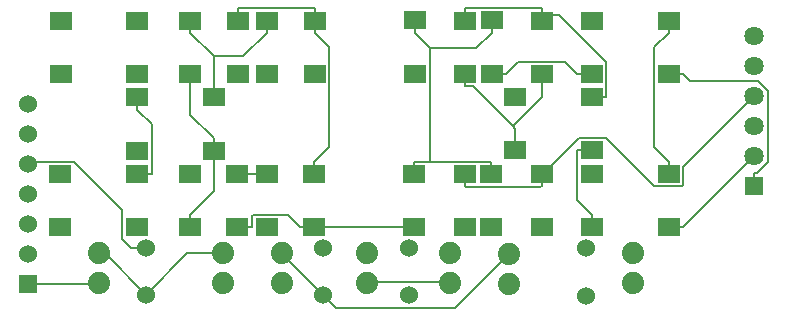
<source format=gbl>
G04 ---------------------------- Layer name :BOTTOM LAYER*
G04 easyEDA 0.1*
G04 Scale: 100 percent, Rotated: No, Reflected: No *
G04 Dimensions in inches *
G04 leading zeros omitted , absolute positions ,2 integer and 4 *
%FSLAX24Y24*%
%MOIN*%
G90*
G70D02*

%ADD11C,0.008000*%
%ADD12C,0.074000*%
%ADD14C,0.060000*%
%ADD16R,0.074803X0.059055*%
%ADD17R,0.060000X0.060000*%
%ADD18R,0.064300X0.064300*%
%ADD19C,0.064300*%

%LPD*%
G54D11*
G01X15326Y5676D02*
G01X15326Y9457D01*
G01X15326Y9457D02*
G01X16840Y9457D01*
G01X17363Y9979D01*
G01X17363Y10384D02*
G01X17363Y9979D01*
G01X15326Y5676D02*
G01X17346Y5676D01*
G01X17352Y5670D01*
G01X14793Y5670D02*
G01X14798Y5676D01*
G01X15326Y5676D01*
G01X14803Y10384D02*
G01X14803Y9979D01*
G01X17352Y5265D02*
G01X17352Y5670D01*
G01X14793Y5265D02*
G01X14793Y5670D01*
G01X23267Y10376D02*
G01X23267Y9971D01*
G01X23264Y5267D02*
G01X23264Y5672D01*
G01X23264Y5672D02*
G01X22782Y6153D01*
G01X22782Y9487D01*
G01X23267Y9971D01*
G01X19031Y5064D02*
G01X19286Y5318D01*
G01X19286Y5318D01*
G01X19286Y5481D01*
G01X20264Y6459D01*
G01X21189Y6459D01*
G01X22787Y4861D01*
G01X23725Y4861D01*
G01X23748Y4884D01*
G01X23748Y5508D01*
G01X26113Y7873D01*
G01X19031Y5064D02*
G01X19031Y4861D01*
G01X19031Y5267D02*
G01X19031Y5064D01*
G01X16472Y5267D02*
G01X16472Y4861D01*
G01X16472Y4861D02*
G01X16518Y4816D01*
G01X18986Y4816D01*
G01X19031Y4861D01*
G01X11453Y5273D02*
G01X11453Y5678D01*
G01X11465Y10373D02*
G01X11465Y9968D01*
G01X11465Y9968D02*
G01X11950Y9484D01*
G01X11950Y6174D01*
G01X11453Y5678D01*
G01X11465Y10576D02*
G01X11465Y10373D01*
G01X11465Y10576D02*
G01X11465Y10779D01*
G01X8906Y10373D02*
G01X8906Y10779D01*
G01X8906Y10779D02*
G01X8913Y10785D01*
G01X11459Y10785D01*
G01X11465Y10779D01*
G01X9877Y5267D02*
G01X9393Y5267D01*
G01X8894Y5273D02*
G01X9387Y5273D01*
G01X9393Y5267D01*
G01X8113Y6046D02*
G01X8113Y6451D01*
G01X7321Y8607D02*
G01X7321Y7243D01*
G01X8113Y6451D01*
G01X7318Y3494D02*
G01X7318Y3900D01*
G01X7318Y3900D02*
G01X8113Y4694D01*
G01X8113Y6046D01*
G01X17363Y8613D02*
G01X17847Y8613D01*
G01X20707Y8605D02*
G01X20223Y8605D01*
G01X20223Y8605D02*
G01X19823Y9005D01*
G01X18239Y9005D01*
G01X17847Y8613D01*
G01X23267Y8605D02*
G01X23751Y8605D01*
G01X26113Y4872D02*
G01X26113Y5304D01*
G01X26113Y5304D02*
G01X26221Y5304D01*
G01X26571Y5654D01*
G01X26571Y8036D01*
G01X26234Y8373D01*
G01X23983Y8373D01*
G01X23751Y8605D01*
G01X9880Y10380D02*
G01X9880Y9974D01*
G01X8113Y9182D02*
G01X8113Y7817D01*
G01X7321Y9974D02*
G01X8113Y9182D01*
G01X9880Y9974D02*
G01X9088Y9182D01*
G01X8113Y9182D01*
G01X7321Y10380D02*
G01X7321Y9974D01*
G01X20705Y7826D02*
G01X21189Y7826D01*
G01X19035Y10574D02*
G01X19622Y10574D01*
G01X21192Y9005D01*
G01X21192Y7829D01*
G01X21189Y7826D01*
G01X19035Y10574D02*
G01X19035Y10777D01*
G01X19035Y10371D02*
G01X19035Y10574D01*
G01X16476Y10371D02*
G01X16476Y10777D01*
G01X16476Y10777D02*
G01X16489Y10790D01*
G01X19021Y10790D01*
G01X19035Y10777D01*
G01X5553Y7817D02*
G01X5553Y7412D01*
G01X5551Y5263D02*
G01X6036Y5263D01*
G01X6036Y5263D02*
G01X6044Y5271D01*
G01X6044Y6922D01*
G01X5553Y7412D01*
G01X18070Y6852D02*
G01X18146Y6776D01*
G01X18146Y6459D01*
G01X16476Y8194D02*
G01X16728Y8194D01*
G01X18070Y6852D01*
G01X19035Y8600D02*
G01X19035Y7817D01*
G01X18070Y6852D01*
G01X16476Y8600D02*
G01X16476Y8194D01*
G01X18146Y6053D02*
G01X18146Y6459D01*
G01X20705Y6053D02*
G01X20220Y6053D01*
G01X20705Y3494D02*
G01X20705Y3900D01*
G01X20705Y3900D02*
G01X20220Y4384D01*
G01X20220Y6053D01*
G01X14793Y3492D02*
G01X14308Y3492D01*
G01X11453Y3501D02*
G01X14300Y3501D01*
G01X14308Y3492D01*
G01X11211Y3501D02*
G01X11453Y3501D01*
G01X11211Y3501D02*
G01X10969Y3501D01*
G01X8894Y3501D02*
G01X9379Y3501D01*
G01X10969Y3501D02*
G01X10570Y3900D01*
G01X9402Y3900D01*
G01X9379Y3877D01*
G01X9379Y3501D01*
G01X23264Y3494D02*
G01X23748Y3494D01*
G01X26113Y5873D02*
G01X23748Y3508D01*
G01X23748Y3494D01*
G01X1903Y5594D02*
G01X1977Y5668D01*
G01X3454Y5668D01*
G01X5054Y4067D01*
G01X5054Y3108D01*
G01X5355Y2807D01*
G01X5843Y2807D01*
G01X8402Y2617D02*
G01X7225Y2617D01*
G01X5843Y1234D01*
G01X5843Y1234D02*
G01X4463Y2615D01*
G01X4267Y2615D01*
G01X15980Y1617D02*
G01X15915Y1681D01*
G01X13288Y1681D01*
G01X13223Y1617D01*
G01X1903Y1594D02*
G01X4242Y1594D01*
G01X4267Y1619D01*
G01X17952Y2586D02*
G01X16156Y790D01*
G01X12184Y790D01*
G01X11750Y1225D01*
G01X11750Y1225D02*
G01X10371Y2603D01*
G01X10371Y2617D01*
G01X15326Y9457D02*
G01X14803Y9979D01*
G54D12*
G01X4269Y2615D03*
G01X4269Y1615D03*
G01X10371Y2617D03*
G01X10371Y1617D03*
G01X15980Y2617D03*
G01X15980Y1617D03*
G01X22081Y2615D03*
G01X22081Y1615D03*
G01X8402Y2617D03*
G01X8402Y1617D03*
G01X17952Y2586D03*
G01X17952Y1586D03*
G01X13223Y2617D03*
G01X13223Y1617D03*
G54D14*
G01X5843Y2807D03*
G01X5843Y1234D03*
G01X11750Y2800D03*
G01X11750Y1226D03*
G01X14602Y1234D03*
G01X14602Y2809D03*
G54D16*
G01X5553Y6046D03*
G01X8113Y6046D03*
G01X8113Y7817D03*
G01X5553Y7817D03*
G01X18146Y6053D03*
G01X20705Y6053D03*
G01X20705Y7826D03*
G01X18146Y7826D03*
G01X7321Y8607D03*
G01X9880Y8607D03*
G01X9880Y10380D03*
G01X7321Y10380D03*
G01X7318Y3494D03*
G01X9877Y3494D03*
G01X9877Y5267D03*
G01X7318Y5267D03*
G01X16476Y8600D03*
G01X19035Y8600D03*
G01X19035Y10371D03*
G01X16476Y10371D03*
G01X16472Y3494D03*
G01X19031Y3494D03*
G01X19031Y5267D03*
G01X16472Y5267D03*
G01X2998Y8603D03*
G01X5557Y8603D03*
G01X5557Y10376D03*
G01X2998Y10376D03*
G01X2992Y3490D03*
G01X5551Y3490D03*
G01X5551Y5263D03*
G01X2992Y5263D03*
G01X8906Y8601D03*
G01X11465Y8601D03*
G01X11465Y10373D03*
G01X8906Y10373D03*
G01X8894Y3501D03*
G01X11453Y3501D03*
G01X11453Y5273D03*
G01X8894Y5273D03*
G01X14803Y8613D03*
G01X17363Y8613D03*
G01X17363Y10384D03*
G01X14803Y10384D03*
G01X14793Y3492D03*
G01X17352Y3492D03*
G01X17352Y5265D03*
G01X14793Y5265D03*
G01X20707Y8605D03*
G01X23267Y8605D03*
G01X23267Y10376D03*
G01X20707Y10376D03*
G01X20705Y3494D03*
G01X23264Y3494D03*
G01X23264Y5267D03*
G01X20705Y5267D03*
G54D14*
G01X20510Y1211D03*
G01X20510Y2786D03*
G54D17*
G01X1903Y1594D03*
G54D14*
G01X1903Y2594D03*
G01X1903Y3594D03*
G01X1903Y4594D03*
G01X1903Y5594D03*
G01X1903Y6594D03*
G01X1903Y7594D03*
G54D18*
G01X26113Y4873D03*
G54D19*
G01X26113Y5873D03*
G01X26113Y6873D03*
G01X26113Y7873D03*
G01X26113Y8873D03*
G01X26113Y9873D03*
G54D12*
G01X4269Y2615D03*
G01X4269Y1615D03*
G01X10371Y2617D03*
G01X10371Y1617D03*
G01X15980Y2617D03*
G01X15980Y1617D03*
G01X22081Y2615D03*
G01X22081Y1615D03*
G01X8402Y2617D03*
G01X8402Y1617D03*
G01X17952Y2586D03*
G01X17952Y1586D03*
G01X13223Y2617D03*
G01X13223Y1617D03*
G54D14*
G01X5843Y2807D03*
G01X5843Y1234D03*
G01X11750Y2800D03*
G01X11750Y1226D03*
G01X14602Y1234D03*
G01X14602Y2809D03*
G54D16*
G01X5553Y6046D03*
G01X8113Y6046D03*
G01X8113Y7817D03*
G01X5553Y7817D03*
G01X18146Y6053D03*
G01X20705Y6053D03*
G01X20705Y7826D03*
G01X18146Y7826D03*
G01X7321Y8607D03*
G01X9880Y8607D03*
G01X9880Y10380D03*
G01X7321Y10380D03*
G01X7318Y3494D03*
G01X9877Y3494D03*
G01X9877Y5267D03*
G01X7318Y5267D03*
G01X16476Y8600D03*
G01X19035Y8600D03*
G01X19035Y10371D03*
G01X16476Y10371D03*
G01X16472Y3494D03*
G01X19031Y3494D03*
G01X19031Y5267D03*
G01X16472Y5267D03*
G01X2998Y8603D03*
G01X5557Y8603D03*
G01X5557Y10376D03*
G01X2998Y10376D03*
G01X2992Y3490D03*
G01X5551Y3490D03*
G01X5551Y5263D03*
G01X2992Y5263D03*
G01X8906Y8601D03*
G01X11465Y8601D03*
G01X11465Y10373D03*
G01X8906Y10373D03*
G01X8894Y3501D03*
G01X11453Y3501D03*
G01X11453Y5273D03*
G01X8894Y5273D03*
G01X14803Y8613D03*
G01X17363Y8613D03*
G01X17363Y10384D03*
G01X14803Y10384D03*
G01X14793Y3492D03*
G01X17352Y3492D03*
G01X17352Y5265D03*
G01X14793Y5265D03*
G01X20707Y8605D03*
G01X23267Y8605D03*
G01X23267Y10376D03*
G01X20707Y10376D03*
G01X20705Y3494D03*
G01X23264Y3494D03*
G01X23264Y5267D03*
G01X20705Y5267D03*
G54D14*
G01X20510Y1211D03*
G01X20510Y2786D03*
G54D17*
G01X1903Y1594D03*
G54D14*
G01X1903Y2594D03*
G01X1903Y3594D03*
G01X1903Y4594D03*
G01X1903Y5594D03*
G01X1903Y6594D03*
G01X1903Y7594D03*
G54D18*
G01X26113Y4873D03*
G54D19*
G01X26113Y5873D03*
G01X26113Y6873D03*
G01X26113Y7873D03*
G01X26113Y8873D03*
G01X26113Y9873D03*

M00*
M02*
</source>
